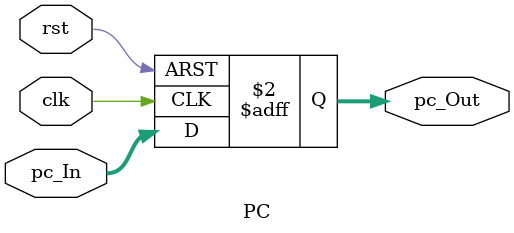
<source format=v>
`timescale 1ns/1ns

module PC(
    input wire clk,
    input wire rst,                 // Señal de reset añadida
    input wire [31:0] pc_In,
    output reg [31:0] pc_Out
);

    // Valor inicial para el PC
    parameter RESET_VALUE = 32'h0000_0000;

    always @(posedge clk or posedge rst) begin
        if (rst) begin
            pc_Out <= RESET_VALUE;  // Reset síncrono
        end else begin
            pc_Out <= pc_In;
        end
    end

endmodule
</source>
